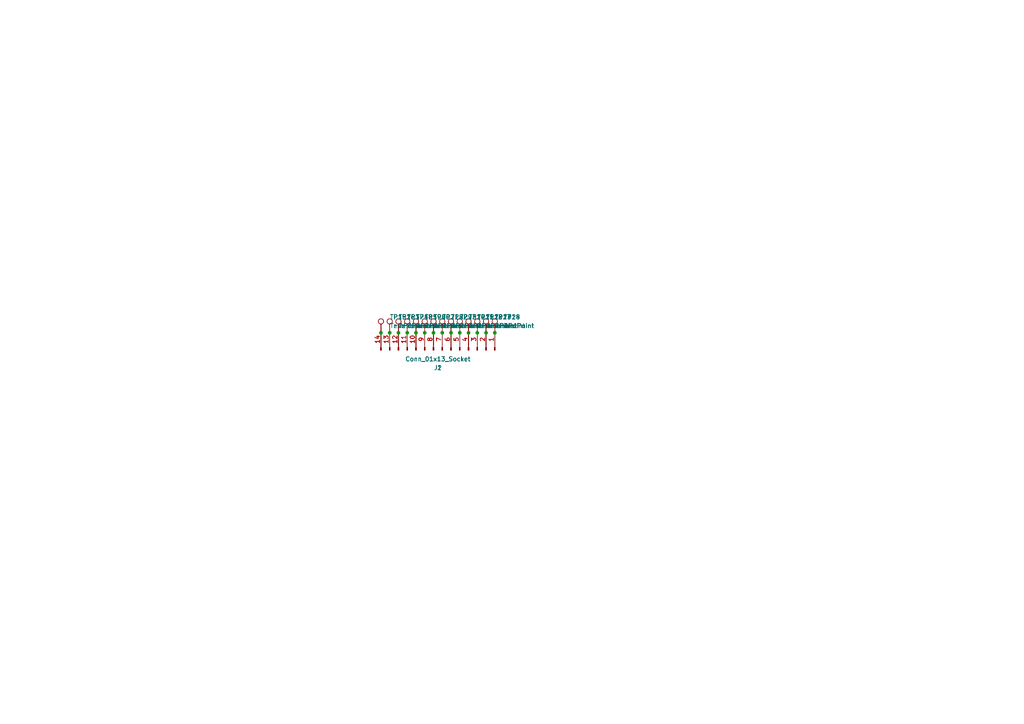
<source format=kicad_sch>
(kicad_sch (version 20231120) (generator "eeschema") (generator_version "8.0")
  (paper "A4")
  (lib_symbols
    (symbol "Connector:Conn_01x14_Pin" (pin_names (offset 1.016) hide)
      (property "Reference" "J" (at 0 17.78 0))
      (property "Value" "Conn_01x14_Pin" (at 0 -20.32 0))
      (symbol "Conn_01x14_Pin_1_1"
        (polyline (pts (xy 1.27 -17.78) (xy 0.8636 -17.78)) (stroke (width 0.1524)))
        (polyline (pts (xy 1.27 -15.24) (xy 0.8636 -15.24)) (stroke (width 0.1524)))
        (polyline (pts (xy 1.27 -12.7) (xy 0.8636 -12.7)) (stroke (width 0.1524)))
        (polyline (pts (xy 1.27 -10.16) (xy 0.8636 -10.16)) (stroke (width 0.1524)))
        (polyline (pts (xy 1.27 -7.62) (xy 0.8636 -7.62)) (stroke (width 0.1524)))
        (polyline (pts (xy 1.27 -5.08) (xy 0.8636 -5.08)) (stroke (width 0.1524)))
        (polyline (pts (xy 1.27 -2.54) (xy 0.8636 -2.54)) (stroke (width 0.1524)))
        (polyline (pts (xy 1.27 0) (xy 0.8636 0)) (stroke (width 0.1524)))
        (polyline (pts (xy 1.27 2.54) (xy 0.8636 2.54)) (stroke (width 0.1524)))
        (polyline (pts (xy 1.27 5.08) (xy 0.8636 5.08)) (stroke (width 0.1524)))
        (polyline (pts (xy 1.27 7.62) (xy 0.8636 7.62)) (stroke (width 0.1524)))
        (polyline (pts (xy 1.27 10.16) (xy 0.8636 10.16)) (stroke (width 0.1524)))
        (polyline (pts (xy 1.27 12.7) (xy 0.8636 12.7)) (stroke (width 0.1524)))
        (polyline (pts (xy 1.27 15.24) (xy 0.8636 15.24)) (stroke (width 0.1524)))
        (rectangle (start 0.8636 -17.653) (end 0 -17.907) (stroke (width 0.1524)) (fill (type outline)))
        (rectangle (start 0.8636 -15.113) (end 0 -15.367) (stroke (width 0.1524)) (fill (type outline)))
        (rectangle (start 0.8636 -12.573) (end 0 -12.827) (stroke (width 0.1524)) (fill (type outline)))
        (rectangle (start 0.8636 -10.033) (end 0 -10.287) (stroke (width 0.1524)) (fill (type outline)))
        (rectangle (start 0.8636 -7.493) (end 0 -7.747) (stroke (width 0.1524)) (fill (type outline)))
        (rectangle (start 0.8636 -4.953) (end 0 -5.207) (stroke (width 0.1524)) (fill (type outline)))
        (rectangle (start 0.8636 -2.413) (end 0 -2.667) (stroke (width 0.1524)) (fill (type outline)))
        (rectangle (start 0.8636 0.127) (end 0 -0.127) (stroke (width 0.1524)) (fill (type outline)))
        (rectangle (start 0.8636 2.667) (end 0 2.413) (stroke (width 0.1524)) (fill (type outline)))
        (rectangle (start 0.8636 5.207) (end 0 4.953) (stroke (width 0.1524)) (fill (type outline)))
        (rectangle (start 0.8636 7.747) (end 0 7.493) (stroke (width 0.1524)) (fill (type outline)))
        (rectangle (start 0.8636 10.287) (end 0 10.033) (stroke (width 0.1524)) (fill (type outline)))
        (rectangle (start 0.8636 12.827) (end 0 12.573) (stroke (width 0.1524)) (fill (type outline)))
        (rectangle (start 0.8636 15.367) (end 0 15.113) (stroke (width 0.1524)) (fill (type outline)))
        (pin passive line (at 5.08 15.24 180) (length 3.81) (name "Pin_1") (number "1"))
        (pin passive line (at 5.08 -7.62 180) (length 3.81) (name "Pin_10") (number "10"))
        (pin passive line (at 5.08 -10.16 180) (length 3.81) (name "Pin_11") (number "11"))
        (pin passive line (at 5.08 -12.7 180) (length 3.81) (name "Pin_12") (number "12"))
        (pin passive line (at 5.08 -15.24 180) (length 3.81) (name "Pin_13") (number "13"))
        (pin passive line (at 5.08 -17.78 180) (length 3.81) (name "Pin_14") (number "14"))
        (pin passive line (at 5.08 12.7 180) (length 3.81) (name "Pin_2") (number "2"))
        (pin passive line (at 5.08 10.16 180) (length 3.81) (name "Pin_3") (number "3"))
        (pin passive line (at 5.08 7.62 180) (length 3.81) (name "Pin_4") (number "4"))
        (pin passive line (at 5.08 5.08 180) (length 3.81) (name "Pin_5") (number "5"))
        (pin passive line (at 5.08 2.54 180) (length 3.81) (name "Pin_6") (number "6"))
        (pin passive line (at 5.08 0 180) (length 3.81) (name "Pin_7") (number "7"))
        (pin passive line (at 5.08 -2.54 180) (length 3.81) (name "Pin_8") (number "8"))
        (pin passive line (at 5.08 -5.08 180) (length 3.81) (name "Pin_9") (number "9"))
      )
    )
    (symbol "JumperlessSymbols:TestPoint" (pin_numbers hide) (pin_names (offset 0.762) hide)
      (property "Reference" "TP" (at 0 6.858 0))
      (property "Value" "TestPoint" (at 0 5.08 0))
      (symbol "TestPoint_0_1"
        (circle (center 0 3.302) (radius 0.762))
      )
      (symbol "TestPoint_1_1"
        (pin passive line (at 0 0 90) (length 2.54) (name "1") (number "1"))
      )
    )
  )
  (junction (at 113.03 96.52))
  (junction (at 140.97 96.52))
  (junction (at 110.49 96.52))
  (junction (at 118.11 96.52))
  (junction (at 143.51 96.52))
  (junction (at 135.89 96.52))
  (junction (at 130.81 96.52))
  (junction (at 128.27 96.52))
  (junction (at 138.43 96.52))
  (junction (at 120.65 96.52))
  (junction (at 125.73 96.52))
  (junction (at 123.19 96.52))
  (junction (at 115.57 96.52))
  (junction (at 133.35 96.52))
  (symbol (lib_id "JumperlessSymbols:TestPoint") (at 118.11 96.52 0) (unit 1)
    (property "Reference" "TP18" (at 120.65 91.9479 0) (effects (justify left)))
    (property "Value" "TestPoint" (at 120.65 94.4879 0) (effects (justify left)))
    (property "Footprint" "JumperlessFootprints:Tiniest_Possible_pad" (effects (hide yes)))
    (property "Description" "test point" (effects (hide yes)))
  )
  (symbol (lib_id "JumperlessSymbols:TestPoint") (at 128.27 96.52 0) (unit 1)
    (property "Reference" "TP8" (at 130.81 91.9479 0) (effects (justify left)))
    (property "Value" "TestPoint" (at 130.81 94.4879 0) (effects (justify left)))
    (property "Footprint" "JumperlessFootprints:Tiniest_Possible_pad" (effects (hide yes)))
    (property "Description" "test point" (effects (hide yes)))
  )
  (symbol (lib_id "JumperlessSymbols:TestPoint") (at 125.73 96.52 0) (unit 1)
    (property "Reference" "TP21" (at 128.27 91.9479 0) (effects (justify left)))
    (property "Value" "TestPoint" (at 128.27 94.4879 0) (effects (justify left)))
    (property "Footprint" "JumperlessFootprints:Tiniest_Possible_pad" (effects (hide yes)))
    (property "Description" "test point" (effects (hide yes)))
  )
  (symbol (lib_id "JumperlessSymbols:TestPoint") (at 135.89 96.52 0) (unit 1)
    (property "Reference" "TP25" (at 138.43 91.9479 0) (effects (justify left)))
    (property "Value" "TestPoint" (at 138.43 94.4879 0) (effects (justify left)))
    (property "Footprint" "JumperlessFootprints:Tiniest_Possible_pad" (effects (hide yes)))
    (property "Description" "test point" (effects (hide yes)))
  )
  (symbol (lib_id "JumperlessSymbols:TestPoint") (at 113.03 96.52 0) (unit 1)
    (property "Reference" "TP16" (at 115.57 91.9479 0) (effects (justify left)))
    (property "Value" "TestPoint" (at 115.57 94.4879 0) (effects (justify left)))
    (property "Footprint" "JumperlessFootprints:Tiniest_Possible_pad" (effects (hide yes)))
    (property "Description" "test point" (effects (hide yes)))
  )
  (symbol (lib_id "JumperlessSymbols:TestPoint") (at 113.03 96.52 0) (unit 1)
    (property "Reference" "TP2" (at 115.57 91.9479 0) (effects (justify left)))
    (property "Value" "TestPoint" (at 115.57 94.4879 0) (effects (justify left)))
    (property "Footprint" "JumperlessFootprints:Tiniest_Possible_pad" (effects (hide yes)))
    (property "Description" "test point" (effects (hide yes)))
  )
  (symbol (lib_id "JumperlessSymbols:TestPoint") (at 118.11 96.52 0) (unit 1)
    (property "Reference" "TP4" (at 120.65 91.9479 0) (effects (justify left)))
    (property "Value" "TestPoint" (at 120.65 94.4879 0) (effects (justify left)))
    (property "Footprint" "JumperlessFootprints:Tiniest_Possible_pad" (effects (hide yes)))
    (property "Description" "test point" (effects (hide yes)))
  )
  (symbol (lib_id "JumperlessSymbols:TestPoint") (at 135.89 96.52 0) (unit 1)
    (property "Reference" "TP11" (at 138.43 91.9479 0) (effects (justify left)))
    (property "Value" "TestPoint" (at 138.43 94.4879 0) (effects (justify left)))
    (property "Footprint" "JumperlessFootprints:Tiniest_Possible_pad" (effects (hide yes)))
    (property "Description" "test point" (effects (hide yes)))
  )
  (symbol (lib_id "JumperlessSymbols:TestPoint") (at 123.19 96.52 0) (unit 1)
    (property "Reference" "TP6" (at 125.73 91.9479 0) (effects (justify left)))
    (property "Value" "TestPoint" (at 125.73 94.4879 0) (effects (justify left)))
    (property "Footprint" "JumperlessFootprints:Tiniest_Possible_pad" (effects (hide yes)))
    (property "Description" "test point" (effects (hide yes)))
  )
  (symbol (lib_id "JumperlessSymbols:TestPoint") (at 133.35 96.52 0) (unit 1)
    (property "Reference" "TP10" (at 135.89 91.9479 0) (effects (justify left)))
    (property "Value" "TestPoint" (at 135.89 94.4879 0) (effects (justify left)))
    (property "Footprint" "JumperlessFootprints:Tiniest_Possible_pad" (effects (hide yes)))
    (property "Description" "test point" (effects (hide yes)))
  )
  (symbol (lib_id "JumperlessSymbols:TestPoint") (at 138.43 96.52 0) (unit 1)
    (property "Reference" "TP26" (at 140.97 91.9479 0) (effects (justify left)))
    (property "Value" "TestPoint" (at 140.97 94.4879 0) (effects (justify left)))
    (property "Footprint" "JumperlessFootprints:Tiniest_Possible_pad" (effects (hide yes)))
    (property "Description" "test point" (effects (hide yes)))
  )
  (symbol (lib_id "Connector:Conn_01x14_Pin") (at 128.27 101.6 270) (mirror x) (unit 1)
    (property "Reference" "J1" (at 127 106.68 90))
    (property "Value" "Conn_01x13_Socket" (at 127 104.14 90))
    (property "Footprint" "JumperlessFootprints:Probe_capsense_connect" (effects (hide yes)))
    (property "Description" "Generic connector, single row, 01x14, script generated" (effects (hide yes)))
  )
  (symbol (lib_id "JumperlessSymbols:TestPoint") (at 110.49 96.52 0) (unit 1)
    (property "Reference" "TP15" (at 113.03 91.9479 0) (effects (justify left)))
    (property "Value" "TestPoint" (at 113.03 94.4879 0) (effects (justify left)))
    (property "Footprint" "JumperlessFootprints:Tiniest_Possible_pad" (effects (hide yes)))
    (property "Description" "test point" (effects (hide yes)))
  )
  (symbol (lib_id "JumperlessSymbols:TestPoint") (at 115.57 96.52 0) (unit 1)
    (property "Reference" "TP17" (at 118.11 91.9479 0) (effects (justify left)))
    (property "Value" "TestPoint" (at 118.11 94.4879 0) (effects (justify left)))
    (property "Footprint" "JumperlessFootprints:Tiniest_Possible_pad" (effects (hide yes)))
    (property "Description" "test point" (effects (hide yes)))
  )
  (symbol (lib_id "JumperlessSymbols:TestPoint") (at 120.65 96.52 0) (unit 1)
    (property "Reference" "TP19" (at 123.19 91.9479 0) (effects (justify left)))
    (property "Value" "TestPoint" (at 123.19 94.4879 0) (effects (justify left)))
    (property "Footprint" "JumperlessFootprints:Tiniest_Possible_pad" (effects (hide yes)))
    (property "Description" "test point" (effects (hide yes)))
  )
  (symbol (lib_id "JumperlessSymbols:TestPoint") (at 130.81 96.52 0) (unit 1)
    (property "Reference" "TP9" (at 133.35 91.9479 0) (effects (justify left)))
    (property "Value" "TestPoint" (at 133.35 94.4879 0) (effects (justify left)))
    (property "Footprint" "JumperlessFootprints:Tiniest_Possible_pad" (effects (hide yes)))
    (property "Description" "test point" (effects (hide yes)))
  )
  (symbol (lib_id "JumperlessSymbols:TestPoint") (at 133.35 96.52 0) (unit 1)
    (property "Reference" "TP24" (at 135.89 91.9479 0) (effects (justify left)))
    (property "Value" "TestPoint" (at 135.89 94.4879 0) (effects (justify left)))
    (property "Footprint" "JumperlessFootprints:Tiniest_Possible_pad" (effects (hide yes)))
    (property "Description" "test point" (effects (hide yes)))
  )
  (symbol (lib_id "JumperlessSymbols:TestPoint") (at 123.19 96.52 0) (unit 1)
    (property "Reference" "TP20" (at 125.73 91.9479 0) (effects (justify left)))
    (property "Value" "TestPoint" (at 125.73 94.4879 0) (effects (justify left)))
    (property "Footprint" "JumperlessFootprints:Tiniest_Possible_pad" (effects (hide yes)))
    (property "Description" "test point" (effects (hide yes)))
  )
  (symbol (lib_id "JumperlessSymbols:TestPoint") (at 138.43 96.52 0) (unit 1)
    (property "Reference" "TP12" (at 140.97 91.9479 0) (effects (justify left)))
    (property "Value" "TestPoint" (at 140.97 94.4879 0) (effects (justify left)))
    (property "Footprint" "JumperlessFootprints:Tiniest_Possible_pad" (effects (hide yes)))
    (property "Description" "test point" (effects (hide yes)))
  )
  (symbol (lib_id "JumperlessSymbols:TestPoint") (at 130.81 96.52 0) (unit 1)
    (property "Reference" "TP23" (at 133.35 91.9479 0) (effects (justify left)))
    (property "Value" "TestPoint" (at 133.35 94.4879 0) (effects (justify left)))
    (property "Footprint" "JumperlessFootprints:Tiniest_Possible_pad" (effects (hide yes)))
    (property "Description" "test point" (effects (hide yes)))
  )
  (symbol (lib_id "JumperlessSymbols:TestPoint") (at 143.51 96.52 0) (unit 1)
    (property "Reference" "TP28" (at 146.05 91.9479 0) (effects (justify left)))
    (property "Value" "TestPoint" (at 146.05 94.4879 0) (effects (justify left)))
    (property "Footprint" "JumperlessFootprints:Tiniest_Possible_pad" (effects (hide yes)))
    (property "Description" "test point" (effects (hide yes)))
  )
  (symbol (lib_id "JumperlessSymbols:TestPoint") (at 140.97 96.52 0) (unit 1)
    (property "Reference" "TP27" (at 143.51 91.9479 0) (effects (justify left)))
    (property "Value" "TestPoint" (at 143.51 94.4879 0) (effects (justify left)))
    (property "Footprint" "JumperlessFootprints:Tiniest_Possible_pad" (effects (hide yes)))
    (property "Description" "test point" (effects (hide yes)))
  )
  (symbol (lib_id "JumperlessSymbols:TestPoint") (at 143.51 96.52 0) (unit 1)
    (property "Reference" "TP14" (at 146.05 91.9479 0) (effects (justify left)))
    (property "Value" "TestPoint" (at 146.05 94.4879 0) (effects (justify left)))
    (property "Footprint" "JumperlessFootprints:Tiniest_Possible_pad" (effects (hide yes)))
    (property "Description" "test point" (effects (hide yes)))
  )
  (symbol (lib_id "JumperlessSymbols:TestPoint") (at 120.65 96.52 0) (unit 1)
    (property "Reference" "TP5" (at 123.19 91.9479 0) (effects (justify left)))
    (property "Value" "TestPoint" (at 123.19 94.4879 0) (effects (justify left)))
    (property "Footprint" "JumperlessFootprints:Tiniest_Possible_pad" (effects (hide yes)))
    (property "Description" "test point" (effects (hide yes)))
  )
  (symbol (lib_id "JumperlessSymbols:TestPoint") (at 140.97 96.52 0) (unit 1)
    (property "Reference" "TP13" (at 143.51 91.9479 0) (effects (justify left)))
    (property "Value" "TestPoint" (at 143.51 94.4879 0) (effects (justify left)))
    (property "Footprint" "JumperlessFootprints:Tiniest_Possible_pad" (effects (hide yes)))
    (property "Description" "test point" (effects (hide yes)))
  )
  (symbol (lib_id "JumperlessSymbols:TestPoint") (at 110.49 96.52 0) (unit 1)
    (property "Reference" "TP1" (at 113.03 91.9479 0) (effects (justify left)))
    (property "Value" "TestPoint" (at 113.03 94.4879 0) (effects (justify left)))
    (property "Footprint" "JumperlessFootprints:Tiniest_Possible_pad" (effects (hide yes)))
    (property "Description" "test point" (effects (hide yes)))
  )
  (symbol (lib_id "JumperlessSymbols:TestPoint") (at 115.57 96.52 0) (unit 1)
    (property "Reference" "TP3" (at 118.11 91.9479 0) (effects (justify left)))
    (property "Value" "TestPoint" (at 118.11 94.4879 0) (effects (justify left)))
    (property "Footprint" "JumperlessFootprints:Tiniest_Possible_pad" (effects (hide yes)))
    (property "Description" "test point" (effects (hide yes)))
  )
  (symbol (lib_id "JumperlessSymbols:TestPoint") (at 128.27 96.52 0) (unit 1)
    (property "Reference" "TP22" (at 130.81 91.9479 0) (effects (justify left)))
    (property "Value" "TestPoint" (at 130.81 94.4879 0) (effects (justify left)))
    (property "Footprint" "JumperlessFootprints:Tiniest_Possible_pad" (effects (hide yes)))
    (property "Description" "test point" (effects (hide yes)))
  )
  (symbol (lib_id "JumperlessSymbols:TestPoint") (at 125.73 96.52 0) (unit 1)
    (property "Reference" "TP7" (at 128.27 91.9479 0) (effects (justify left)))
    (property "Value" "TestPoint" (at 128.27 94.4879 0) (effects (justify left)))
    (property "Footprint" "JumperlessFootprints:Tiniest_Possible_pad" (effects (hide yes)))
    (property "Description" "test point" (effects (hide yes)))
  )
  (symbol (lib_id "Connector:Conn_01x14_Pin") (at 128.27 101.6 270) (mirror x) (unit 1)
    (property "Reference" "J2" (at 127 106.68 90))
    (property "Value" "Conn_01x13_Socket" (at 127 104.14 90))
    (property "Footprint" "JumperlessFootprints:Probe_capsense_connect" (effects (hide yes)))
    (property "Description" "Generic connector, single row, 01x14, script generated" (effects (hide yes)))
  )
)
</source>
